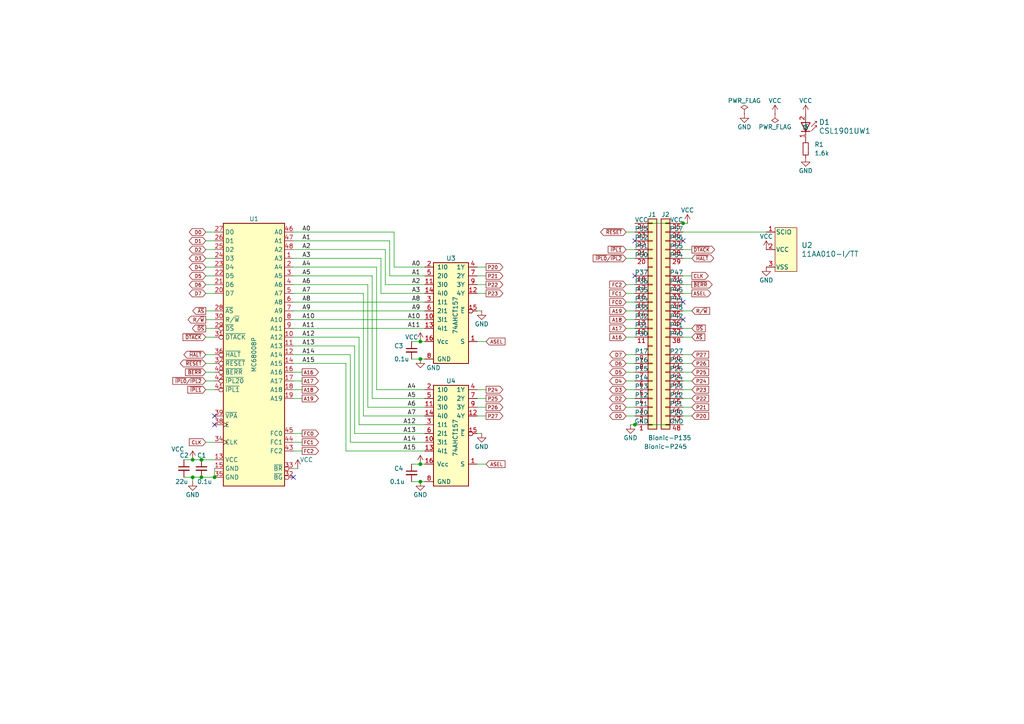
<source format=kicad_sch>
(kicad_sch (version 20250114) (generator "eeschema") (generator_version "9.0")
  (paper "A4")
  (title_block (title "BionicMC68008") (date "2025-12-24") (rev "2") (company "Tadashi G. Takaoka"))
  (lib_symbols
    (symbol "Device:C_Small" (pin_numbers (hide yes)) (pin_names (offset 0.254) (hide yes))
      (property "Reference" "C" (at 0.254 1.778 0))
      (property "Value" "C_Small" (at 0.254 -2.032 0))
      (symbol "C_Small_0_1"
        (polyline (pts (xy -1.524 0.508) (xy 1.524 0.508)) (stroke (width 0.3048)))
        (polyline (pts (xy -1.524 -0.508) (xy 1.524 -0.508)) (stroke (width 0.3302)))
      )
      (symbol "C_Small_1_1"
        (pin passive line (at 0 2.54 270) (length 2.032) (name "~") (number "1"))
        (pin passive line (at 0 -2.54 90) (length 2.032) (name "~") (number "2"))
      )
    )
    (symbol "Device:R_Small" (pin_numbers (hide yes)) (pin_names (offset 0.254) (hide yes))
      (property "Reference" "R" (at 0 0 90))
      (property "Value" "R_Small" (at 1.778 0 90))
      (symbol "R_Small_0_1"
        (rectangle (start -0.762 1.778) (end 0.762 -1.778) (stroke (width 0.2032)))
      )
      (symbol "R_Small_1_1"
        (pin passive line (at 0 2.54 270) (length 0.762) (name "~") (number "1"))
        (pin passive line (at 0 -2.54 90) (length 0.762) (name "~") (number "2"))
      )
    )
    (symbol "GND_1" (power) (pin_numbers (hide yes)) (pin_names (offset 0) (hide yes))
      (property "Value" "GND" (at 0 -3.81 0))
      (symbol "GND_1_0_1"
        (polyline (pts (xy 0 0) (xy 0 -1.27) (xy 1.27 -1.27) (xy 0 -2.54) (xy -1.27 -1.27) (xy 0 -1.27)))
      )
      (symbol "GND_1_1_1"
        (pin power_in line (at 0 0 270) (length 0) (name "~") (number "1"))
      )
    )
    (symbol "GND_2" (power) (pin_numbers (hide yes)) (pin_names (offset 0) (hide yes))
      (property "Value" "GND" (at 0 -3.81 0))
      (symbol "GND_2_0_1"
        (polyline (pts (xy 0 0) (xy 0 -1.27) (xy 1.27 -1.27) (xy 0 -2.54) (xy -1.27 -1.27) (xy 0 -1.27)))
      )
      (symbol "GND_2_1_1"
        (pin power_in line (at 0 0 270) (length 0) (name "~") (number "1"))
      )
    )
    (symbol "GND_3" (power) (pin_numbers (hide yes)) (pin_names (offset 0) (hide yes))
      (property "Value" "GND" (at 0 -3.81 0))
      (symbol "GND_3_0_1"
        (polyline (pts (xy 0 0) (xy 0 -1.27) (xy 1.27 -1.27) (xy 0 -2.54) (xy -1.27 -1.27) (xy 0 -1.27)))
      )
      (symbol "GND_3_1_1"
        (pin power_in line (at 0 0 270) (length 0) (name "~") (number "1"))
      )
    )
    (symbol "GND_4" (power) (pin_numbers (hide yes)) (pin_names (offset 0) (hide yes))
      (property "Value" "GND" (at 0 -3.81 0))
      (symbol "GND_4_0_1"
        (polyline (pts (xy 0 0) (xy 0 -1.27) (xy 1.27 -1.27) (xy 0 -2.54) (xy -1.27 -1.27) (xy 0 -1.27)))
      )
      (symbol "GND_4_1_1"
        (pin power_in line (at 0 0 270) (length 0) (name "~") (number "1"))
      )
    )
    (symbol "PWR_FLAG_1" (power) (pin_numbers (hide yes)) (pin_names (offset 0) (hide yes))
      (property "Value" "PWR_FLAG" (at 0 3.81 0))
      (symbol "PWR_FLAG_1_0_0"
        (pin power_out line (at 0 0 90) (length 0) (name "~") (number "1"))
      )
      (symbol "PWR_FLAG_1_0_1"
        (polyline (pts (xy 0 0) (xy 0 1.27) (xy -1.016 1.905) (xy 0 2.54) (xy 1.016 1.905) (xy 0 1.27)))
      )
    )
    (symbol "VCC_1" (power) (pin_numbers (hide yes)) (pin_names (offset 0) (hide yes))
      (property "Value" "VCC" (at 0 3.556 0))
      (symbol "VCC_1_0_1"
        (polyline (pts (xy -0.762 1.27) (xy 0 2.54)))
        (polyline (pts (xy 0 2.54) (xy 0.762 1.27)))
        (polyline (pts (xy 0 0) (xy 0 2.54)))
      )
      (symbol "VCC_1_1_1"
        (pin power_in line (at 0 0 90) (length 0) (name "~") (number "1"))
      )
    )
    (symbol "VCC_2" (power) (pin_numbers (hide yes)) (pin_names (offset 0) (hide yes))
      (property "Value" "VCC" (at 0 3.556 0))
      (symbol "VCC_2_0_1"
        (polyline (pts (xy -0.762 1.27) (xy 0 2.54)))
        (polyline (pts (xy 0 2.54) (xy 0.762 1.27)))
        (polyline (pts (xy 0 0) (xy 0 2.54)))
      )
      (symbol "VCC_2_1_1"
        (pin power_in line (at 0 0 90) (length 0) (name "~") (number "1"))
      )
    )
    (symbol "VCC_3" (power) (pin_numbers (hide yes)) (pin_names (offset 0) (hide yes))
      (property "Value" "VCC" (at 0 3.556 0))
      (symbol "VCC_3_0_1"
        (polyline (pts (xy -0.762 1.27) (xy 0 2.54)))
        (polyline (pts (xy 0 2.54) (xy 0.762 1.27)))
        (polyline (pts (xy 0 0) (xy 0 2.54)))
      )
      (symbol "VCC_3_1_1"
        (pin power_in line (at 0 0 90) (length 0) (name "~") (number "1"))
      )
    )
    (symbol "VCC_4" (power) (pin_numbers (hide yes)) (pin_names (offset 0) (hide yes))
      (property "Value" "VCC" (at 0 3.556 0))
      (symbol "VCC_4_0_1"
        (polyline (pts (xy -0.762 1.27) (xy 0 2.54)))
        (polyline (pts (xy 0 2.54) (xy 0.762 1.27)))
        (polyline (pts (xy 0 0) (xy 0 2.54)))
      )
      (symbol "VCC_4_1_1"
        (pin power_in line (at 0 0 90) (length 0) (name "~") (number "1"))
      )
    )
    (symbol "bionic:Bionic-P135" (pin_names (offset 0))
      (property "Reference" "J" (at 0 30.48 0))
      (property "Value" "Bionic-P135" (at -1.27 -33.02 0))
      (symbol "Bionic-P135_1_1"
        (rectangle (start 0 28.067) (end -1.27 27.813) (stroke (width 0.1524)))
        (rectangle (start 0 25.527) (end -1.27 25.273) (stroke (width 0.1524)))
        (rectangle (start 0 22.987) (end -1.27 22.733) (stroke (width 0.1524)))
        (rectangle (start 0 20.447) (end -1.27 20.193) (stroke (width 0.1524)))
        (rectangle (start 0 17.907) (end -1.27 17.653) (stroke (width 0.1524)))
        (rectangle (start 0 15.367) (end -1.27 15.113) (stroke (width 0.1524)))
        (rectangle (start 0 12.827) (end -1.27 12.573) (stroke (width 0.1524)))
        (rectangle (start 0 10.287) (end -1.27 10.033) (stroke (width 0.1524)))
        (rectangle (start 0 7.747) (end -1.27 7.493) (stroke (width 0.1524)))
        (rectangle (start 0 5.207) (end -1.27 4.953) (stroke (width 0.1524)))
        (rectangle (start 0 2.667) (end -1.27 2.413) (stroke (width 0.1524)))
        (rectangle (start 0 0.127) (end -1.27 -0.127) (stroke (width 0.1524)))
        (rectangle (start 0 -2.413) (end -1.27 -2.667) (stroke (width 0.1524)))
        (rectangle (start 0 -4.953) (end -1.27 -5.207) (stroke (width 0.1524)))
        (rectangle (start 0 -7.493) (end -1.27 -7.747) (stroke (width 0.1524)))
        (rectangle (start 0 -10.033) (end -1.27 -10.287) (stroke (width 0.1524)))
        (rectangle (start 0 -12.573) (end -1.27 -12.827) (stroke (width 0.1524)))
        (rectangle (start 0 -15.113) (end -1.27 -15.367) (stroke (width 0.1524)))
        (rectangle (start 0 -17.653) (end -1.27 -17.907) (stroke (width 0.1524)))
        (rectangle (start 0 -20.193) (end -1.27 -20.447) (stroke (width 0.1524)))
        (rectangle (start 0 -22.733) (end -1.27 -22.987) (stroke (width 0.1524)))
        (rectangle (start 0 -25.273) (end -1.27 -25.527) (stroke (width 0.1524)))
        (rectangle (start 0 -27.813) (end -1.27 -28.067) (stroke (width 0.1524)))
        (rectangle (start 0 -30.353) (end -1.27 -30.607) (stroke (width 0.1524)))
        (rectangle (start 1.27 29.21) (end -1.27 -31.75) (stroke (width 0.254)) (fill (type background)))
        (pin power_in line (at -5.08 27.94 0) (length 3.81) (name "VCC") (number "24"))
        (pin bidirectional line (at -5.08 25.4 0) (length 3.81) (name "P53") (number "23"))
        (pin bidirectional line (at -5.08 22.86 0) (length 3.81) (name "P52") (number "22"))
        (pin bidirectional line (at -5.08 20.32 0) (length 3.81) (name "P51") (number "21"))
        (pin bidirectional line (at -5.08 17.78 0) (length 3.81) (name "P50") (number "20"))
        (pin bidirectional line (at -5.08 12.7 0) (length 3.81) (name "P37") (number "18"))
        (pin bidirectional line (at -5.08 10.16 0) (length 3.81) (name "P36") (number "17"))
        (pin bidirectional line (at -5.08 7.62 0) (length 3.81) (name "P35") (number "16"))
        (pin bidirectional line (at -5.08 5.08 0) (length 3.81) (name "P34") (number "15"))
        (pin bidirectional line (at -5.08 2.54 0) (length 3.81) (name "P33") (number "14"))
        (pin bidirectional line (at -5.08 0 0) (length 3.81) (name "P32") (number "13"))
        (pin bidirectional line (at -5.08 -2.54 0) (length 3.81) (name "P31") (number "12"))
        (pin bidirectional line (at -5.08 -5.08 0) (length 3.81) (name "P30") (number "11"))
        (pin bidirectional line (at -5.08 -10.16 0) (length 3.81) (name "P17") (number "9"))
        (pin bidirectional line (at -5.08 -12.7 0) (length 3.81) (name "P16") (number "8"))
        (pin bidirectional line (at -5.08 -15.24 0) (length 3.81) (name "P15") (number "7"))
        (pin bidirectional line (at -5.08 -17.78 0) (length 3.81) (name "P14") (number "6"))
        (pin bidirectional line (at -5.08 -20.32 0) (length 3.81) (name "P13") (number "5"))
        (pin bidirectional line (at -5.08 -22.86 0) (length 3.81) (name "P12") (number "4"))
        (pin bidirectional line (at -5.08 -25.4 0) (length 3.81) (name "P11") (number "3"))
        (pin bidirectional line (at -5.08 -27.94 0) (length 3.81) (name "P10") (number "2"))
        (pin power_in line (at -5.08 -30.48 0) (length 3.81) (name "GND") (number "1"))
      )
    )
    (symbol "bionic:Bionic-P245" (pin_names (offset 0))
      (property "Reference" "J" (at -3.81 30.48 0))
      (property "Value" "Bionic-P245" (at -1.27 -33.02 0))
      (symbol "Bionic-P245_1_1"
        (rectangle (start -2.54 29.21) (end -5.08 -31.75) (stroke (width 0.254)) (fill (type background)))
        (rectangle (start -2.54 27.813) (end -3.81 28.067) (stroke (width 0.1524)))
        (rectangle (start -2.54 25.273) (end -3.81 25.527) (stroke (width 0.1524)))
        (rectangle (start -2.54 22.733) (end -3.81 22.987) (stroke (width 0.1524)))
        (rectangle (start -2.54 20.193) (end -3.81 20.447) (stroke (width 0.1524)))
        (rectangle (start -2.54 17.653) (end -3.81 17.907) (stroke (width 0.1524)))
        (rectangle (start -2.54 15.113) (end -3.81 15.367) (stroke (width 0.1524)))
        (rectangle (start -2.54 12.573) (end -3.81 12.827) (stroke (width 0.1524)))
        (rectangle (start -2.54 10.033) (end -3.81 10.287) (stroke (width 0.1524)))
        (rectangle (start -2.54 7.493) (end -3.81 7.747) (stroke (width 0.1524)))
        (rectangle (start -2.54 4.953) (end -3.81 5.207) (stroke (width 0.1524)))
        (rectangle (start -2.54 2.413) (end -3.81 2.667) (stroke (width 0.1524)))
        (rectangle (start -2.54 -0.127) (end -3.81 0.127) (stroke (width 0.1524)))
        (rectangle (start -2.54 -2.667) (end -3.81 -2.413) (stroke (width 0.1524)))
        (rectangle (start -2.54 -5.207) (end -3.81 -4.953) (stroke (width 0.1524)))
        (rectangle (start -2.54 -7.747) (end -3.81 -7.493) (stroke (width 0.1524)))
        (rectangle (start -2.54 -10.287) (end -3.81 -10.033) (stroke (width 0.1524)))
        (rectangle (start -2.54 -12.827) (end -3.81 -12.573) (stroke (width 0.1524)))
        (rectangle (start -2.54 -15.367) (end -3.81 -15.113) (stroke (width 0.1524)))
        (rectangle (start -2.54 -17.907) (end -3.81 -17.653) (stroke (width 0.1524)))
        (rectangle (start -2.54 -20.447) (end -3.81 -20.193) (stroke (width 0.1524)))
        (rectangle (start -2.54 -22.987) (end -3.81 -22.733) (stroke (width 0.1524)))
        (rectangle (start -2.54 -25.527) (end -3.81 -25.273) (stroke (width 0.1524)))
        (rectangle (start -2.54 -28.067) (end -3.81 -27.813) (stroke (width 0.1524)))
        (rectangle (start -2.54 -30.607) (end -3.81 -30.353) (stroke (width 0.1524)))
        (pin power_in line (at 1.27 27.94 180) (length 3.81) (name "VCC") (number "25"))
        (pin bidirectional line (at 1.27 25.4 180) (length 3.81) (name "P57") (number "26"))
        (pin bidirectional line (at 1.27 22.86 180) (length 3.81) (name "P56") (number "27"))
        (pin bidirectional line (at 1.27 20.32 180) (length 3.81) (name "P55") (number "28"))
        (pin bidirectional line (at 1.27 17.78 180) (length 3.81) (name "P54") (number "29"))
        (pin bidirectional line (at 1.27 12.7 180) (length 3.81) (name "P47") (number "31"))
        (pin bidirectional line (at 1.27 10.16 180) (length 3.81) (name "P46") (number "32"))
        (pin bidirectional line (at 1.27 7.62 180) (length 3.81) (name "P45") (number "33"))
        (pin bidirectional line (at 1.27 5.08 180) (length 3.81) (name "P44") (number "34"))
        (pin bidirectional line (at 1.27 2.54 180) (length 3.81) (name "P43") (number "35"))
        (pin bidirectional line (at 1.27 0 180) (length 3.81) (name "P42") (number "36"))
        (pin bidirectional line (at 1.27 -2.54 180) (length 3.81) (name "P41") (number "37"))
        (pin bidirectional line (at 1.27 -5.08 180) (length 3.81) (name "P40") (number "38"))
        (pin bidirectional line (at 1.27 -10.16 180) (length 3.81) (name "P27") (number "40"))
        (pin bidirectional line (at 1.27 -12.7 180) (length 3.81) (name "P26") (number "41"))
        (pin bidirectional line (at 1.27 -15.24 180) (length 3.81) (name "P25") (number "42"))
        (pin bidirectional line (at 1.27 -17.78 180) (length 3.81) (name "P24") (number "43"))
        (pin bidirectional line (at 1.27 -20.32 180) (length 3.81) (name "P23") (number "44"))
        (pin bidirectional line (at 1.27 -22.86 180) (length 3.81) (name "P22") (number "45"))
        (pin bidirectional line (at 1.27 -25.4 180) (length 3.81) (name "P21") (number "46"))
        (pin bidirectional line (at 1.27 -27.94 180) (length 3.81) (name "P20") (number "47"))
        (pin power_in line (at 1.27 -30.48 180) (length 3.81) (name "GND") (number "48"))
      )
    )
    (symbol "cpu:MC68008P"
      (property "Reference" "U" (at -1.27 39.37 0))
      (property "Value" "MC68008P" (at 0 -2.54 90))
      (symbol "MC68008P_0_0"
        (pin input inverted (at -11.43 5.08 0) (length 2.54) (name "~{DTACK}") (number "31"))
        (pin input inverted (at -11.43 -5.08 0) (length 2.54) (name "~{BERR}") (number "40"))
        (pin output line (at 11.43 -5.08 180) (length 2.54) (name "A16") (number "16"))
        (pin output line (at 11.43 -7.62 180) (length 2.54) (name "A17") (number "17"))
        (pin output line (at 11.43 -10.16 180) (length 2.54) (name "A18") (number "18"))
        (pin output line (at 11.43 -12.7 180) (length 2.54) (name "A19") (number "19"))
        (pin output line (at 11.43 -25.4 180) (length 2.54) (name "FC1") (number "44"))
        (pin output line (at 11.43 -27.94 180) (length 2.54) (name "FC2") (number "43"))
      )
      (symbol "MC68008P_0_1"
        (rectangle (start -8.89 -38.1) (end 8.89 38.1) (stroke (width 0.254)) (fill (type background)))
      )
      (symbol "MC68008P_1_1"
        (pin bidirectional line (at -11.43 35.56 0) (length 2.54) (name "D0") (number "27"))
        (pin bidirectional line (at -11.43 33.02 0) (length 2.54) (name "D1") (number "26"))
        (pin bidirectional line (at -11.43 30.48 0) (length 2.54) (name "D2") (number "25"))
        (pin bidirectional line (at -11.43 27.94 0) (length 2.54) (name "D3") (number "24"))
        (pin bidirectional line (at -11.43 25.4 0) (length 2.54) (name "D4") (number "23"))
        (pin bidirectional line (at -11.43 22.86 0) (length 2.54) (name "D5") (number "22"))
        (pin bidirectional line (at -11.43 20.32 0) (length 2.54) (name "D6") (number "21"))
        (pin bidirectional line (at -11.43 17.78 0) (length 2.54) (name "D7") (number "20"))
        (pin output line (at -11.43 12.7 0) (length 2.54) (name "~{AS}") (number "28"))
        (pin output line (at -11.43 10.16 0) (length 2.54) (name "R/~{W}") (number "30"))
        (pin output inverted (at -11.43 7.62 0) (length 2.54) (name "~{DS}") (number "29"))
        (pin bidirectional inverted (at -11.43 0 0) (length 2.54) (name "~{HALT}") (number "36"))
        (pin bidirectional inverted (at -11.43 -2.54 0) (length 2.54) (name "~{RESET}") (number "37"))
        (pin input inverted (at -11.43 -7.62 0) (length 2.54) (name "~{IPL20}") (number "42"))
        (pin input inverted (at -11.43 -10.16 0) (length 2.54) (name "~{IPL1}") (number "41"))
        (pin output line (at -11.43 -17.78 0) (length 2.54) (name "~{VPA}") (number "39"))
        (pin output clock (at -11.43 -20.32 0) (length 2.54) (name "E") (number "38"))
        (pin input clock (at -11.43 -25.4 0) (length 2.54) (name "CLK") (number "34"))
        (pin power_in line (at -11.43 -30.48 0) (length 2.54) (name "VCC") (number "13"))
        (pin power_in line (at -11.43 -33.02 0) (length 2.54) (name "GND") (number "15"))
        (pin power_in line (at -11.43 -35.56 0) (length 2.54) (name "GND") (number "35"))
        (pin output line (at 11.43 35.56 180) (length 2.54) (name "A0") (number "46"))
        (pin output line (at 11.43 33.02 180) (length 2.54) (name "A1") (number "47"))
        (pin output line (at 11.43 30.48 180) (length 2.54) (name "A2") (number "48"))
        (pin output line (at 11.43 27.94 180) (length 2.54) (name "A3") (number "1"))
        (pin output line (at 11.43 25.4 180) (length 2.54) (name "A4") (number "2"))
        (pin output line (at 11.43 22.86 180) (length 2.54) (name "A5") (number "3"))
        (pin output line (at 11.43 20.32 180) (length 2.54) (name "A6") (number "4"))
        (pin output line (at 11.43 17.78 180) (length 2.54) (name "A7") (number "5"))
        (pin output line (at 11.43 15.24 180) (length 2.54) (name "A8") (number "6"))
        (pin output line (at 11.43 12.7 180) (length 2.54) (name "A9") (number "7"))
        (pin output line (at 11.43 10.16 180) (length 2.54) (name "A10") (number "8"))
        (pin output line (at 11.43 7.62 180) (length 2.54) (name "A11") (number "9"))
        (pin output line (at 11.43 5.08 180) (length 2.54) (name "A12") (number "10"))
        (pin output line (at 11.43 2.54 180) (length 2.54) (name "A13") (number "11"))
        (pin output line (at 11.43 0 180) (length 2.54) (name "A14") (number "12"))
        (pin output line (at 11.43 -2.54 180) (length 2.54) (name "A15") (number "14"))
        (pin output line (at 11.43 -22.86 180) (length 2.54) (name "FC0") (number "45"))
        (pin input inverted (at 11.43 -33.02 180) (length 2.54) (name "~{BR}") (number "33"))
        (pin output inverted (at 11.43 -35.56 180) (length 2.54) (name "~{BG}") (number "32"))
      )
    )
    (symbol "microchip:11AA010-I_TT" (pin_names (offset 0.254))
      (property "Reference" "U" (at 2.54 1.27 0))
      (property "Value" "11AA010-I/TT" (at 3.81 -13.97 0))
      (symbol "11AA010-I_TT_1_1"
        (rectangle (start 0 0) (end 6.35 -12.7) (fill (type background)))
        (pin bidirectional line (at -2.54 -1.27 0) (length 2.54) (name "SCIO") (number "1"))
        (pin power_in line (at -2.54 -6.35 0) (length 2.54) (name "VCC") (number "2"))
        (pin power_in line (at -2.54 -11.43 0) (length 2.54) (name "VSS") (number "3"))
      )
    )
    (symbol "power:GND" (power) (pin_numbers (hide yes)) (pin_names (offset 0) (hide yes))
      (property "Value" "GND" (at 0 -3.81 0))
      (symbol "GND_0_1"
        (polyline (pts (xy 0 0) (xy 0 -1.27) (xy 1.27 -1.27) (xy 0 -2.54) (xy -1.27 -1.27) (xy 0 -1.27)))
      )
      (symbol "GND_1_1"
        (pin power_in line (at 0 0 270) (length 0) (name "~") (number "1"))
      )
    )
    (symbol "power:PWR_FLAG" (power) (pin_numbers (hide yes)) (pin_names (offset 0) (hide yes))
      (property "Value" "PWR_FLAG" (at 0 3.81 0))
      (symbol "PWR_FLAG_0_0"
        (pin power_out line (at 0 0 90) (length 0) (name "~") (number "1"))
      )
      (symbol "PWR_FLAG_0_1"
        (polyline (pts (xy 0 0) (xy 0 1.27) (xy -1.016 1.905) (xy 0 2.54) (xy 1.016 1.905) (xy 0 1.27)))
      )
    )
    (symbol "power:VCC" (power) (pin_numbers (hide yes)) (pin_names (offset 0) (hide yes))
      (property "Value" "VCC" (at 0 3.556 0))
      (symbol "VCC_0_1"
        (polyline (pts (xy -0.762 1.27) (xy 0 2.54)))
        (polyline (pts (xy 0 2.54) (xy 0.762 1.27)))
        (polyline (pts (xy 0 0) (xy 0 2.54)))
      )
      (symbol "VCC_1_1"
        (pin power_in line (at 0 0 90) (length 0) (name "~") (number "1"))
      )
    )
    (symbol "rhom:CSL1901UW1" (pin_names (offset 0.254))
      (property "Reference" "D" (at 3.81 -2.54 0))
      (property "Value" "CSL1901UW1" (at 3.81 -5.08 0))
      (symbol "CSL1901UW1_0_1"
        (polyline (pts (xy 2.159 3.175) (xy 2.667 3.175)))
        (polyline (pts (xy 2.54 0) (xy 5.08 0)))
        (polyline (pts (xy 2.54 -1.27) (xy 5.08 0) (xy 2.54 1.27) (xy 2.54 -1.27)) (stroke (width 0.254)))
        (polyline (pts (xy 3.683 1.651) (xy 2.159 3.175) (xy 2.159 2.667)))
        (polyline (pts (xy 4.953 1.651) (xy 3.429 3.175) (xy 3.429 2.667) (xy 3.429 3.175) (xy 3.937 3.175)))
        (polyline (pts (xy 5.08 1.27) (xy 5.08 -1.27)) (stroke (width 0.254)))
      )
      (symbol "CSL1901UW1_1_1"
        (pin passive line (at 0 0 0) (length 2.54) (name "A") (number "2"))
        (pin passive line (at 7.62 0 180) (length 2.54) (name "K") (number "1"))
      )
      (symbol "CSL1901UW1_1_2"
        (polyline (pts (xy -5.08 8.255) (xy -5.08 7.62)) (stroke (width 0.2032)))
        (polyline (pts (xy -5.08 7.62) (xy -4.445 8.255)) (stroke (width 0.2032)))
        (polyline (pts (xy -4.445 10.16) (xy -4.445 9.525)) (stroke (width 0.2032)))
        (polyline (pts (xy -4.445 9.525) (xy -3.81 10.16)) (stroke (width 0.2032)))
        (polyline (pts (xy -4.445 8.255) (xy -5.08 8.255)) (stroke (width 0.2032)))
        (polyline (pts (xy -4.445 6.35) (xy -3.81 6.985)) (stroke (width 0.2032)))
        (polyline (pts (xy -3.81 10.16) (xy -4.445 10.16)) (stroke (width 0.2032)))
        (polyline (pts (xy -3.81 8.255) (xy -3.175 8.89)) (stroke (width 0.2032)))
        (polyline (pts (xy -3.81 6.985) (xy -5.08 8.255)) (stroke (width 0.2032)))
        (polyline (pts (xy -3.175 8.89) (xy -4.445 10.16)) (stroke (width 0.2032)))
        (polyline (pts (xy -3.175 5.08) (xy -4.445 6.35)) (stroke (width 0.2032)))
        (polyline (pts (xy -2.54 6.985) (xy -3.81 8.255)) (stroke (width 0.2032)))
        (polyline (pts (xy -1.905 3.81) (xy 1.905 3.81)) (stroke (width 0.2032)))
        (polyline (pts (xy 0 6.35) (xy -1.905 3.81)) (stroke (width 0.2032)))
        (polyline (pts (xy 0 6.35) (xy 0 7.62)) (stroke (width 0.2032)))
        (polyline (pts (xy 0 3.175) (xy 0 3.81)) (stroke (width 0.2032)))
        (polyline (pts (xy 0 2.54) (xy 0 3.4798)) (stroke (width 0.2032)))
        (polyline (pts (xy 1.905 6.35) (xy -1.905 6.35)) (stroke (width 0.2032)))
        (polyline (pts (xy 1.905 3.81) (xy 0 6.35)) (stroke (width 0.2032)))
        (pin unspecified line (at 0 10.16 270) (length 2.54) (name "") (number "1"))
        (pin unspecified line (at 0 0 90) (length 2.54) (name "") (number "2"))
      )
    )
    (symbol "ti:74AHCT157" (pin_names (offset 1.016))
      (property "Reference" "U" (at 0 16.51 0))
      (property "Value" "74AHCT157" (at 0 -15.494 0))
      (symbol "74AHCT157_1_0"
        (pin input line (at -7.62 13.97 0) (length 2.54) (name "1I0") (number "2"))
        (pin input line (at -7.62 11.43 0) (length 2.54) (name "2I0") (number "5"))
        (pin input line (at -7.62 8.89 0) (length 2.54) (name "3I0") (number "11"))
        (pin input line (at -7.62 6.35 0) (length 2.54) (name "4I0") (number "14"))
        (pin input line (at -7.62 3.81 0) (length 2.54) (name "1I1") (number "3"))
        (pin input line (at -7.62 1.27 0) (length 2.54) (name "2I1") (number "6"))
        (pin input line (at -7.62 -1.27 0) (length 2.54) (name "3I1") (number "10"))
        (pin input line (at -7.62 -3.81 0) (length 2.54) (name "4I1") (number "13"))
        (pin power_in line (at -7.62 -7.62 0) (length 2.54) (name "Vcc") (number "16"))
        (pin power_in line (at -7.62 -12.7 0) (length 2.54) (name "GND") (number "8"))
        (pin output line (at 7.62 13.97 180) (length 2.54) (name "1Y") (number "4"))
        (pin output line (at 7.62 11.43 180) (length 2.54) (name "2Y") (number "7"))
        (pin output line (at 7.62 8.89 180) (length 2.54) (name "3Y") (number "9"))
        (pin output line (at 7.62 6.35 180) (length 2.54) (name "4Y") (number "12"))
        (pin input inverted (at 7.62 1.27 180) (length 2.54) (name "~{E}") (number "15"))
        (pin input line (at 7.62 -7.62 180) (length 2.54) (name "S") (number "1"))
      )
      (symbol "74AHCT157_1_1"
        (rectangle (start -5.08 15.24) (end 5.08 -13.97) (stroke (width 0.254)) (fill (type background)))
      )
    )
  )
  (junction (at 55.88 138.43))
  (junction (at 62.23 138.43))
  (junction (at 198.12 64.77))
  (junction (at 58.42 133.35))
  (junction (at 121.92 134.62))
  (junction (at 121.92 99.06))
  (junction (at 184.15 123.19))
  (junction (at 121.92 139.7))
  (junction (at 55.88 133.35))
  (junction (at 121.92 104.14))
  (junction (at 58.42 138.43))
  (no_connect (at 62.23 123.19))
  (no_connect (at 184.15 80.01))
  (no_connect (at 198.12 87.63))
  (no_connect (at 62.23 120.65))
  (no_connect (at 198.12 92.71))
  (no_connect (at 85.09 138.43))
  (no_connect (at 198.12 69.85))
  (no_connect (at 184.15 69.85))
  (wire (pts (xy 198.12 105.41) (xy 200.66 105.41)))
  (wire (pts (xy 107.95 80.01) (xy 85.09 80.01)))
  (wire (pts (xy 119.38 104.14) (xy 121.92 104.14)))
  (wire (pts (xy 198.12 82.55) (xy 200.66 82.55)))
  (wire (pts (xy 59.69 128.27) (xy 62.23 128.27)))
  (wire (pts (xy 59.69 110.49) (xy 62.23 110.49)))
  (wire (pts (xy 138.43 77.47) (xy 140.97 77.47)))
  (wire (pts (xy 138.43 90.17) (xy 139.7 90.17)))
  (wire (pts (xy 59.69 107.95) (xy 62.23 107.95)))
  (wire (pts (xy 119.38 99.06) (xy 121.92 99.06)))
  (wire (pts (xy 181.61 90.17) (xy 184.15 90.17)))
  (wire (pts (xy 184.15 64.77) (xy 198.12 64.77)))
  (wire (pts (xy 111.76 82.55) (xy 111.76 72.39)))
  (wire (pts (xy 181.61 95.25) (xy 184.15 95.25)))
  (wire (pts (xy 138.43 120.65) (xy 140.97 120.65)))
  (wire (pts (xy 105.41 85.09) (xy 85.09 85.09)))
  (wire (pts (xy 110.49 85.09) (xy 123.19 85.09)))
  (wire (pts (xy 59.69 90.17) (xy 62.23 90.17)))
  (wire (pts (xy 85.09 77.47) (xy 109.22 77.47)))
  (wire (pts (xy 100.33 105.41) (xy 85.09 105.41)))
  (wire (pts (xy 181.61 82.55) (xy 184.15 82.55)))
  (wire (pts (xy 181.61 92.71) (xy 184.15 92.71)))
  (wire (pts (xy 85.09 125.73) (xy 87.63 125.73)))
  (wire (pts (xy 181.61 110.49) (xy 184.15 110.49)))
  (wire (pts (xy 181.61 97.79) (xy 184.15 97.79)))
  (wire (pts (xy 59.69 85.09) (xy 62.23 85.09)))
  (wire (pts (xy 85.09 95.25) (xy 123.19 95.25)))
  (wire (pts (xy 59.69 77.47) (xy 62.23 77.47)))
  (wire (pts (xy 121.92 99.06) (xy 123.19 99.06)))
  (wire (pts (xy 181.61 115.57) (xy 184.15 115.57)))
  (wire (pts (xy 59.69 72.39) (xy 62.23 72.39)))
  (wire (pts (xy 58.42 138.43) (xy 62.23 138.43)))
  (wire (pts (xy 181.61 113.03) (xy 184.15 113.03)))
  (wire (pts (xy 55.88 138.43) (xy 55.88 139.7)))
  (wire (pts (xy 107.95 115.57) (xy 107.95 80.01)))
  (wire (pts (xy 104.14 97.79) (xy 104.14 123.19)))
  (wire (pts (xy 85.09 102.87) (xy 101.6 102.87)))
  (wire (pts (xy 123.19 77.47) (xy 114.3 77.47)))
  (wire (pts (xy 59.69 80.01) (xy 62.23 80.01)))
  (wire (pts (xy 121.92 139.7) (xy 123.19 139.7)))
  (wire (pts (xy 85.09 128.27) (xy 87.63 128.27)))
  (wire (pts (xy 55.88 138.43) (xy 58.42 138.43)))
  (wire (pts (xy 119.38 139.7) (xy 121.92 139.7)))
  (wire (pts (xy 105.41 120.65) (xy 105.41 85.09)))
  (wire (pts (xy 123.19 82.55) (xy 111.76 82.55)))
  (wire (pts (xy 198.12 95.25) (xy 200.66 95.25)))
  (wire (pts (xy 85.09 110.49) (xy 87.63 110.49)))
  (wire (pts (xy 59.69 74.93) (xy 62.23 74.93)))
  (wire (pts (xy 181.61 120.65) (xy 184.15 120.65)))
  (wire (pts (xy 119.38 134.62) (xy 121.92 134.62)))
  (wire (pts (xy 198.12 107.95) (xy 200.66 107.95)))
  (wire (pts (xy 181.61 85.09) (xy 184.15 85.09)))
  (wire (pts (xy 85.09 74.93) (xy 110.49 74.93)))
  (wire (pts (xy 59.69 69.85) (xy 62.23 69.85)))
  (wire (pts (xy 198.12 118.11) (xy 200.66 118.11)))
  (wire (pts (xy 121.92 134.62) (xy 123.19 134.62)))
  (wire (pts (xy 121.92 104.14) (xy 123.19 104.14)))
  (wire (pts (xy 181.61 87.63) (xy 184.15 87.63)))
  (wire (pts (xy 138.43 80.01) (xy 140.97 80.01)))
  (wire (pts (xy 53.34 133.35) (xy 55.88 133.35)))
  (wire (pts (xy 85.09 115.57) (xy 87.63 115.57)))
  (wire (pts (xy 85.09 113.03) (xy 87.63 113.03)))
  (wire (pts (xy 104.14 123.19) (xy 123.19 123.19)))
  (wire (pts (xy 59.69 113.03) (xy 62.23 113.03)))
  (wire (pts (xy 58.42 133.35) (xy 62.23 133.35)))
  (wire (pts (xy 109.22 113.03) (xy 123.19 113.03)))
  (wire (pts (xy 85.09 82.55) (xy 106.68 82.55)))
  (wire (pts (xy 59.69 92.71) (xy 62.23 92.71)))
  (wire (pts (xy 100.33 130.81) (xy 100.33 105.41)))
  (wire (pts (xy 138.43 115.57) (xy 140.97 115.57)))
  (wire (pts (xy 109.22 77.47) (xy 109.22 113.03)))
  (wire (pts (xy 198.12 115.57) (xy 200.66 115.57)))
  (wire (pts (xy 85.09 135.89) (xy 86.36 135.89)))
  (wire (pts (xy 62.23 135.89) (xy 62.23 138.43)))
  (wire (pts (xy 55.88 133.35) (xy 58.42 133.35)))
  (wire (pts (xy 59.69 105.41) (xy 62.23 105.41)))
  (wire (pts (xy 181.61 72.39) (xy 184.15 72.39)))
  (wire (pts (xy 198.12 113.03) (xy 200.66 113.03)))
  (wire (pts (xy 123.19 125.73) (xy 102.87 125.73)))
  (wire (pts (xy 198.12 85.09) (xy 200.66 85.09)))
  (wire (pts (xy 85.09 69.85) (xy 113.03 69.85)))
  (wire (pts (xy 198.12 74.93) (xy 200.66 74.93)))
  (wire (pts (xy 85.09 107.95) (xy 87.63 107.95)))
  (wire (pts (xy 198.12 64.77) (xy 199.39 64.77)))
  (wire (pts (xy 106.68 118.11) (xy 123.19 118.11)))
  (wire (pts (xy 59.69 97.79) (xy 62.23 97.79)))
  (wire (pts (xy 138.43 118.11) (xy 140.97 118.11)))
  (wire (pts (xy 123.19 130.81) (xy 100.33 130.81)))
  (wire (pts (xy 198.12 72.39) (xy 200.66 72.39)))
  (wire (pts (xy 101.6 102.87) (xy 101.6 128.27)))
  (wire (pts (xy 85.09 87.63) (xy 123.19 87.63)))
  (wire (pts (xy 111.76 72.39) (xy 85.09 72.39)))
  (wire (pts (xy 198.12 80.01) (xy 200.66 80.01)))
  (wire (pts (xy 59.69 95.25) (xy 62.23 95.25)))
  (wire (pts (xy 114.3 67.31) (xy 85.09 67.31)))
  (wire (pts (xy 101.6 128.27) (xy 123.19 128.27)))
  (wire (pts (xy 198.12 97.79) (xy 200.66 97.79)))
  (wire (pts (xy 85.09 92.71) (xy 123.19 92.71)))
  (wire (pts (xy 114.3 77.47) (xy 114.3 67.31)))
  (wire (pts (xy 59.69 82.55) (xy 62.23 82.55)))
  (wire (pts (xy 85.09 97.79) (xy 104.14 97.79)))
  (wire (pts (xy 181.61 107.95) (xy 184.15 107.95)))
  (wire (pts (xy 198.12 110.49) (xy 200.66 110.49)))
  (wire (pts (xy 138.43 82.55) (xy 140.97 82.55)))
  (wire (pts (xy 198.12 67.31) (xy 222.25 67.31)))
  (wire (pts (xy 102.87 100.33) (xy 85.09 100.33)))
  (wire (pts (xy 184.15 123.19) (xy 198.12 123.19)))
  (wire (pts (xy 138.43 99.06) (xy 140.97 99.06)))
  (wire (pts (xy 85.09 90.17) (xy 123.19 90.17)))
  (wire (pts (xy 198.12 90.17) (xy 200.66 90.17)))
  (wire (pts (xy 106.68 82.55) (xy 106.68 118.11)))
  (wire (pts (xy 138.43 134.62) (xy 140.97 134.62)))
  (wire (pts (xy 85.09 130.81) (xy 87.63 130.81)))
  (wire (pts (xy 113.03 80.01) (xy 123.19 80.01)))
  (wire (pts (xy 53.34 138.43) (xy 55.88 138.43)))
  (wire (pts (xy 198.12 102.87) (xy 200.66 102.87)))
  (wire (pts (xy 123.19 115.57) (xy 107.95 115.57)))
  (wire (pts (xy 198.12 120.65) (xy 200.66 120.65)))
  (wire (pts (xy 181.61 105.41) (xy 184.15 105.41)))
  (wire (pts (xy 59.69 67.31) (xy 62.23 67.31)))
  (wire (pts (xy 59.69 102.87) (xy 62.23 102.87)))
  (wire (pts (xy 181.61 102.87) (xy 184.15 102.87)))
  (wire (pts (xy 102.87 125.73) (xy 102.87 100.33)))
  (wire (pts (xy 181.61 74.93) (xy 184.15 74.93)))
  (wire (pts (xy 181.61 118.11) (xy 184.15 118.11)))
  (wire (pts (xy 138.43 113.03) (xy 140.97 113.03)))
  (wire (pts (xy 181.61 67.31) (xy 184.15 67.31)))
  (wire (pts (xy 110.49 74.93) (xy 110.49 85.09)))
  (wire (pts (xy 138.43 85.09) (xy 140.97 85.09)))
  (wire (pts (xy 123.19 120.65) (xy 105.41 120.65)))
  (wire (pts (xy 138.43 125.73) (xy 139.7 125.73)))
  (wire (pts (xy 113.03 69.85) (xy 113.03 80.01)))
  (wire (pts (xy 182.88 123.19) (xy 184.15 123.19)))
  (label "A10" (at 87.63 92.71 0))
  (label "A6" (at 87.63 82.55 0))
  (label "A3" (at 87.63 74.93 0))
  (label "A1" (at 87.63 69.85 0))
  (label "A11" (at 121.92 95.25 180))
  (label "A10" (at 121.92 92.71 180))
  (label "A4" (at 87.63 77.47 0))
  (label "A0" (at 121.92 77.47 180))
  (label "A3" (at 121.92 85.09 180))
  (label "A11" (at 87.63 95.25 0))
  (label "A5" (at 120.65 115.57 180))
  (label "A1" (at 121.92 80.01 180))
  (label "A9" (at 121.92 90.17 180))
  (label "A7" (at 120.65 120.65 180))
  (label "A7" (at 87.63 85.09 0))
  (label "A8" (at 121.92 87.63 180))
  (label "A2" (at 87.63 72.39 0))
  (label "A0" (at 87.63 67.31 0))
  (label "A8" (at 87.63 87.63 0))
  (label "A12" (at 120.65 123.19 180))
  (label "A14" (at 87.63 102.87 0))
  (label "A2" (at 121.92 82.55 180))
  (label "A14" (at 120.65 128.27 180))
  (label "A15" (at 120.65 130.81 180))
  (label "A13" (at 120.65 125.73 180))
  (label "A15" (at 87.63 105.41 0))
  (label "A6" (at 120.65 118.11 180))
  (label "A13" (at 87.63 100.33 0))
  (label "A4" (at 120.65 113.03 180))
  (label "A5" (at 87.63 80.01 0))
  (label "A9" (at 87.63 90.17 0))
  (label "A12" (at 87.63 97.79 0))
  (global_label "D0" (shape bidirectional) (at 59.69 67.31 180) (effects (font (size 1.016 1.016))) (property "Intersheetrefs" "${INTERSHEET_REFS}" (effects (hide yes))))
  (global_label "P23" (shape input) (at 200.66 113.03 0) (effects (font (size 1.016 1.016))) (property "Intersheetrefs" "${INTERSHEET_REFS}" (effects (hide yes))))
  (global_label "D0" (shape bidirectional) (at 181.61 120.65 180) (effects (font (size 1.016 1.016))) (property "Intersheetrefs" "${INTERSHEET_REFS}" (effects (hide yes))))
  (global_label "~{DS}" (shape input) (at 200.66 95.25 0) (effects (font (size 1.016 1.016))) (property "Intersheetrefs" "${INTERSHEET_REFS}" (effects (hide yes))))
  (global_label "A17" (shape input) (at 181.61 95.25 180) (effects (font (size 1.016 1.016))) (property "Intersheetrefs" "${INTERSHEET_REFS}" (effects (hide yes))))
  (global_label "FC2" (shape input) (at 181.61 82.55 180) (effects (font (size 1.016 1.016))) (property "Intersheetrefs" "${INTERSHEET_REFS}" (effects (hide yes))))
  (global_label "P20" (shape output) (at 140.97 77.47 0) (effects (font (size 1.016 1.016))) (property "Intersheetrefs" "${INTERSHEET_REFS}" (effects (hide yes))))
  (global_label "A19" (shape output) (at 87.63 115.57 0) (effects (font (size 1.016 1.016))) (property "Intersheetrefs" "${INTERSHEET_REFS}" (effects (hide yes))))
  (global_label "ASEL" (shape input) (at 140.97 134.62 0) (effects (font (size 1.016 1.016))) (property "Intersheetrefs" "${INTERSHEET_REFS}" (effects (hide yes))))
  (global_label "FC1" (shape input) (at 181.61 85.09 180) (effects (font (size 1.016 1.016))) (property "Intersheetrefs" "${INTERSHEET_REFS}" (effects (hide yes))))
  (global_label "P24" (shape output) (at 140.97 113.03 0) (effects (font (size 1.016 1.016))) (property "Intersheetrefs" "${INTERSHEET_REFS}" (effects (hide yes))))
  (global_label "ASEL" (shape output) (at 200.66 85.09 0) (effects (font (size 1.016 1.016))) (property "Intersheetrefs" "${INTERSHEET_REFS}" (effects (hide yes))))
  (global_label "D7" (shape bidirectional) (at 59.69 85.09 180) (effects (font (size 1.016 1.016))) (property "Intersheetrefs" "${INTERSHEET_REFS}" (effects (hide yes))))
  (global_label "D2" (shape bidirectional) (at 181.61 115.57 180) (effects (font (size 1.016 1.016))) (property "Intersheetrefs" "${INTERSHEET_REFS}" (effects (hide yes))))
  (global_label "D6" (shape bidirectional) (at 59.69 82.55 180) (effects (font (size 1.016 1.016))) (property "Intersheetrefs" "${INTERSHEET_REFS}" (effects (hide yes))))
  (global_label "D5" (shape bidirectional) (at 181.61 107.95 180) (effects (font (size 1.016 1.016))) (property "Intersheetrefs" "${INTERSHEET_REFS}" (effects (hide yes))))
  (global_label "~{DS}" (shape output) (at 59.69 95.25 180) (effects (font (size 1.016 1.016))) (property "Intersheetrefs" "${INTERSHEET_REFS}" (effects (hide yes))))
  (global_label "D7" (shape bidirectional) (at 181.61 102.87 180) (effects (font (size 1.016 1.016))) (property "Intersheetrefs" "${INTERSHEET_REFS}" (effects (hide yes))))
  (global_label "P26" (shape input) (at 200.66 105.41 0) (effects (font (size 1.016 1.016))) (property "Intersheetrefs" "${INTERSHEET_REFS}" (effects (hide yes))))
  (global_label "~{IPL0}{slash}~{IPL2}" (shape input) (at 181.61 74.93 180) (effects (font (size 1.016 1.016))) (property "Intersheetrefs" "${INTERSHEET_REFS}" (effects (hide yes))))
  (global_label "CLK" (shape output) (at 200.66 80.01 0) (effects (font (size 1.016 1.016))) (property "Intersheetrefs" "${INTERSHEET_REFS}" (effects (hide yes))))
  (global_label "P22" (shape input) (at 200.66 115.57 0) (effects (font (size 1.016 1.016))) (property "Intersheetrefs" "${INTERSHEET_REFS}" (effects (hide yes))))
  (global_label "P27" (shape input) (at 200.66 102.87 0) (effects (font (size 1.016 1.016))) (property "Intersheetrefs" "${INTERSHEET_REFS}" (effects (hide yes))))
  (global_label "~{AS}" (shape output) (at 59.69 90.17 180) (effects (font (size 1.016 1.016))) (property "Intersheetrefs" "${INTERSHEET_REFS}" (effects (hide yes))))
  (global_label "P25" (shape output) (at 140.97 115.57 0) (effects (font (size 1.016 1.016))) (property "Intersheetrefs" "${INTERSHEET_REFS}" (effects (hide yes))))
  (global_label "R{slash}~{W}" (shape input) (at 200.66 90.17 0) (effects (font (size 1.016 1.016))) (property "Intersheetrefs" "${INTERSHEET_REFS}" (effects (hide yes))))
  (global_label "A16" (shape output) (at 87.63 107.95 0) (effects (font (size 1.016 1.016))) (property "Intersheetrefs" "${INTERSHEET_REFS}" (effects (hide yes))))
  (global_label "D3" (shape bidirectional) (at 59.69 74.93 180) (effects (font (size 1.016 1.016))) (property "Intersheetrefs" "${INTERSHEET_REFS}" (effects (hide yes))))
  (global_label "~{DTACK}" (shape output) (at 200.66 72.39 0) (effects (font (size 1.016 1.016))) (property "Intersheetrefs" "${INTERSHEET_REFS}" (effects (hide yes))))
  (global_label "D3" (shape bidirectional) (at 181.61 113.03 180) (effects (font (size 1.016 1.016))) (property "Intersheetrefs" "${INTERSHEET_REFS}" (effects (hide yes))))
  (global_label "A19" (shape input) (at 181.61 90.17 180) (effects (font (size 1.016 1.016))) (property "Intersheetrefs" "${INTERSHEET_REFS}" (effects (hide yes))))
  (global_label "D1" (shape bidirectional) (at 181.61 118.11 180) (effects (font (size 1.016 1.016))) (property "Intersheetrefs" "${INTERSHEET_REFS}" (effects (hide yes))))
  (global_label "~{HALT}" (shape bidirectional) (at 59.69 102.87 180) (effects (font (size 1.016 1.016))) (property "Intersheetrefs" "${INTERSHEET_REFS}" (effects (hide yes))))
  (global_label "~{IPL1}" (shape input) (at 59.69 113.03 180) (effects (font (size 1.016 1.016))) (property "Intersheetrefs" "${INTERSHEET_REFS}" (effects (hide yes))))
  (global_label "~{IPL1}" (shape input) (at 181.61 72.39 180) (effects (font (size 1.016 1.016))) (property "Intersheetrefs" "${INTERSHEET_REFS}" (effects (hide yes))))
  (global_label "P22" (shape output) (at 140.97 82.55 0) (effects (font (size 1.016 1.016))) (property "Intersheetrefs" "${INTERSHEET_REFS}" (effects (hide yes))))
  (global_label "P20" (shape input) (at 200.66 120.65 0) (effects (font (size 1.016 1.016))) (property "Intersheetrefs" "${INTERSHEET_REFS}" (effects (hide yes))))
  (global_label "~{HALT}" (shape bidirectional) (at 200.66 74.93 0) (effects (font (size 1.016 1.016))) (property "Intersheetrefs" "${INTERSHEET_REFS}" (effects (hide yes))))
  (global_label "D4" (shape bidirectional) (at 181.61 110.49 180) (effects (font (size 1.016 1.016))) (property "Intersheetrefs" "${INTERSHEET_REFS}" (effects (hide yes))))
  (global_label "~{BERR}" (shape input) (at 59.69 107.95 180) (effects (font (size 1.016 1.016))) (property "Intersheetrefs" "${INTERSHEET_REFS}" (effects (hide yes))))
  (global_label "D4" (shape bidirectional) (at 59.69 77.47 180) (effects (font (size 1.016 1.016))) (property "Intersheetrefs" "${INTERSHEET_REFS}" (effects (hide yes))))
  (global_label "D6" (shape bidirectional) (at 181.61 105.41 180) (effects (font (size 1.016 1.016))) (property "Intersheetrefs" "${INTERSHEET_REFS}" (effects (hide yes))))
  (global_label "A18" (shape input) (at 181.61 92.71 180) (effects (font (size 1.016 1.016))) (property "Intersheetrefs" "${INTERSHEET_REFS}" (effects (hide yes))))
  (global_label "P23" (shape output) (at 140.97 85.09 0) (effects (font (size 1.016 1.016))) (property "Intersheetrefs" "${INTERSHEET_REFS}" (effects (hide yes))))
  (global_label "FC1" (shape output) (at 87.63 128.27 0) (effects (font (size 1.016 1.016))) (property "Intersheetrefs" "${INTERSHEET_REFS}" (effects (hide yes))))
  (global_label "P21" (shape input) (at 200.66 118.11 0) (effects (font (size 1.016 1.016))) (property "Intersheetrefs" "${INTERSHEET_REFS}" (effects (hide yes))))
  (global_label "R{slash}~{W}" (shape output) (at 59.69 92.71 180) (effects (font (size 1.016 1.016))) (property "Intersheetrefs" "${INTERSHEET_REFS}" (effects (hide yes))))
  (global_label "A18" (shape output) (at 87.63 113.03 0) (effects (font (size 1.016 1.016))) (property "Intersheetrefs" "${INTERSHEET_REFS}" (effects (hide yes))))
  (global_label "FC0" (shape output) (at 87.63 125.73 0) (effects (font (size 1.016 1.016))) (property "Intersheetrefs" "${INTERSHEET_REFS}" (effects (hide yes))))
  (global_label "~{RESET}" (shape bidirectional) (at 181.61 67.31 180) (effects (font (size 1.016 1.016))) (property "Intersheetrefs" "${INTERSHEET_REFS}" (effects (hide yes))))
  (global_label "P27" (shape output) (at 140.97 120.65 0) (effects (font (size 1.016 1.016))) (property "Intersheetrefs" "${INTERSHEET_REFS}" (effects (hide yes))))
  (global_label "D5" (shape bidirectional) (at 59.69 80.01 180) (effects (font (size 1.016 1.016))) (property "Intersheetrefs" "${INTERSHEET_REFS}" (effects (hide yes))))
  (global_label "~{DTACK}" (shape input) (at 59.69 97.79 180) (effects (font (size 1.016 1.016))) (property "Intersheetrefs" "${INTERSHEET_REFS}" (effects (hide yes))))
  (global_label "~{BERR}" (shape output) (at 200.66 82.55 0) (effects (font (size 1.016 1.016))) (property "Intersheetrefs" "${INTERSHEET_REFS}" (effects (hide yes))))
  (global_label "ASEL" (shape input) (at 140.97 99.06 0) (effects (font (size 1.016 1.016))) (property "Intersheetrefs" "${INTERSHEET_REFS}" (effects (hide yes))))
  (global_label "~{AS}" (shape input) (at 200.66 97.79 0) (effects (font (size 1.016 1.016))) (property "Intersheetrefs" "${INTERSHEET_REFS}" (effects (hide yes))))
  (global_label "D2" (shape bidirectional) (at 59.69 72.39 180) (effects (font (size 1.016 1.016))) (property "Intersheetrefs" "${INTERSHEET_REFS}" (effects (hide yes))))
  (global_label "P21" (shape output) (at 140.97 80.01 0) (effects (font (size 1.016 1.016))) (property "Intersheetrefs" "${INTERSHEET_REFS}" (effects (hide yes))))
  (global_label "P26" (shape output) (at 140.97 118.11 0) (effects (font (size 1.016 1.016))) (property "Intersheetrefs" "${INTERSHEET_REFS}" (effects (hide yes))))
  (global_label "FC0" (shape input) (at 181.61 87.63 180) (effects (font (size 1.016 1.016))) (property "Intersheetrefs" "${INTERSHEET_REFS}" (effects (hide yes))))
  (global_label "~{IPL0}{slash}~{IPL2}" (shape input) (at 59.69 110.49 180) (effects (font (size 1.016 1.016))) (property "Intersheetrefs" "${INTERSHEET_REFS}" (effects (hide yes))))
  (global_label "~{RESET}" (shape bidirectional) (at 59.69 105.41 180) (effects (font (size 1.016 1.016))) (property "Intersheetrefs" "${INTERSHEET_REFS}" (effects (hide yes))))
  (global_label "CLK" (shape input) (at 59.69 128.27 180) (effects (font (size 1.016 1.016))) (property "Intersheetrefs" "${INTERSHEET_REFS}" (effects (hide yes))))
  (global_label "D1" (shape bidirectional) (at 59.69 69.85 180) (effects (font (size 1.016 1.016))) (property "Intersheetrefs" "${INTERSHEET_REFS}" (effects (hide yes))))
  (global_label "A16" (shape input) (at 181.61 97.79 180) (effects (font (size 1.016 1.016))) (property "Intersheetrefs" "${INTERSHEET_REFS}" (effects (hide yes))))
  (global_label "A17" (shape output) (at 87.63 110.49 0) (effects (font (size 1.016 1.016))) (property "Intersheetrefs" "${INTERSHEET_REFS}" (effects (hide yes))))
  (global_label "P24" (shape input) (at 200.66 110.49 0) (effects (font (size 1.016 1.016))) (property "Intersheetrefs" "${INTERSHEET_REFS}" (effects (hide yes))))
  (global_label "FC2" (shape output) (at 87.63 130.81 0) (effects (font (size 1.016 1.016))) (property "Intersheetrefs" "${INTERSHEET_REFS}" (effects (hide yes))))
  (global_label "P25" (shape input) (at 200.66 107.95 0) (effects (font (size 1.016 1.016))) (property "Intersheetrefs" "${INTERSHEET_REFS}" (effects (hide yes))))
  (symbol (lib_id "Device:C_Small") (at 53.34 135.89 0) (unit 1)
    (property "Reference" "C2" (at 52.07 132.08 0) (effects (justify left)))
    (property "Value" "22u" (at 50.8 139.7 0) (effects (justify left)))
    (property "Footprint" "Capacitor_SMD:C_0603_1608Metric_Pad1.08x0.95mm_HandSolder" (effects (hide yes)))
  )
  (symbol (lib_id "power:VCC") (at 55.88 133.35 0) (unit 1)
    (property "Reference" "#PWR05" (effects (hide yes)))
    (property "Value" "VCC" (at 51.562 130.302 0))
    (property "Description" "Power symbol creates a global label with name \"VCC\"" (effects (hide yes)))
  )
  (symbol (lib_id "microchip:11AA010-I_TT") (at 224.79 66.04 0) (unit 1)
    (property "Reference" "U2" (at 232.41 71.1199 0) (effects (font (size 1.524 1.524)) (justify left)))
    (property "Value" "11AA010-I/TT" (at 232.41 73.6599 0) (effects (font (size 1.524 1.524)) (justify left)))
    (property "Footprint" "microchip:SOT-23_MC_MCH-M" (effects (hide yes)))
    (property "Datasheet" "11AA010-I/TO" (effects (hide yes)))
    (property "Description" "UNI/O Serial EEPROM (1Kbit)" (effects (hide yes)))
  )
  (symbol (lib_name "VCC_2") (lib_id "power:VCC") (at 224.79 33.02 0) (unit 1)
    (property "Reference" "#PWR010" (effects (hide yes)))
    (property "Value" "VCC" (at 224.79 29.21 0))
    (property "Description" "Power symbol creates a global label with name \"VCC\"" (effects (hide yes)))
  )
  (symbol (lib_id "bionic:Bionic-P245") (at 196.85 92.71 0) (unit 1)
    (property "Reference" "J2" (at 193.04 62.23 0))
    (property "Value" "Bionic-P245" (at 193.04 129.54 0))
    (property "Footprint" "bionic:Bionic-P245_SMT" (effects (hide yes)))
    (property "Description" "Generic connector, single row, 01x24, script generated (kicad-library-utils/schlib/autogen/connector/)" (effects (hide yes)))
  )
  (symbol (lib_id "Device:C_Small") (at 119.38 137.16 0) (unit 1)
    (property "Reference" "C4" (at 114.3 135.89 0) (effects (justify left)))
    (property "Value" "0.1u" (at 113.03 139.7 0) (effects (justify left)))
    (property "Footprint" "Capacitor_SMD:C_0603_1608Metric_Pad1.08x0.95mm_HandSolder" (effects (hide yes)))
  )
  (symbol (lib_id "power:VCC") (at 86.36 135.89 0) (mirror y) (unit 1)
    (property "Reference" "#PWR019" (effects (hide yes)))
    (property "Value" "VCC" (at 88.9 133.35 0))
    (property "Description" "Power symbol creates a global label with name \"VCC\"" (effects (hide yes)))
  )
  (symbol (lib_id "power:GND") (at 139.7 125.73 0) (unit 1)
    (property "Reference" "#PWR011" (effects (hide yes)))
    (property "Value" "GND" (at 139.7 129.54 0))
    (property "Description" "Power symbol creates a global label with name \"GND\" , ground" (effects (hide yes)))
  )
  (symbol (lib_id "ti:74AHCT157") (at 130.81 91.44 0) (unit 1)
    (property "Reference" "U3" (at 130.81 74.93 0))
    (property "Value" "74AHCT157" (at 132.08 91.44 90))
    (property "Footprint" "ti:PW16-M" (effects (hide yes)))
    (property "Datasheet" "https://www.ti.com/jp/lit/ds/symlink/cd74hct157.pdf" (effects (hide yes)))
    (property "Description" "Quad 2-Input Multiplexers" (effects (hide yes)))
  )
  (symbol (lib_id "Device:C_Small") (at 58.42 135.89 0) (unit 1)
    (property "Reference" "C1" (at 57.15 132.08 0) (effects (justify left)))
    (property "Value" "0.1u" (at 57.15 139.7 0) (effects (justify left)))
    (property "Footprint" "Capacitor_SMD:C_0603_1608Metric_Pad1.08x0.95mm_HandSolder" (effects (hide yes)))
  )
  (symbol (lib_id "power:GND") (at 121.92 104.14 0) (unit 1)
    (property "Reference" "#PWR016" (effects (hide yes)))
    (property "Value" "GND" (at 125.73 106.68 0))
    (property "Description" "Power symbol creates a global label with name \"GND\" , ground" (effects (hide yes)))
  )
  (symbol (lib_id "power:PWR_FLAG") (at 224.79 33.02 180) (unit 1)
    (property "Reference" "#FLG02" (effects (hide yes)))
    (property "Value" "PWR_FLAG" (at 224.79 36.83 0))
    (property "Description" "Special symbol for telling ERC where power comes from" (effects (hide yes)))
  )
  (symbol (lib_name "GND_2") (lib_id "power:GND") (at 215.9 33.02 0) (unit 1)
    (property "Reference" "#PWR08" (effects (hide yes)))
    (property "Value" "GND" (at 215.9 36.83 0))
    (property "Description" "Power symbol creates a global label with name \"GND\" , ground" (effects (hide yes)))
  )
  (symbol (lib_name "PWR_FLAG_1") (lib_id "power:PWR_FLAG") (at 215.9 33.02 0) (unit 1)
    (property "Reference" "#FLG01" (effects (hide yes)))
    (property "Value" "PWR_FLAG" (at 215.9 29.21 0))
    (property "Description" "Special symbol for telling ERC where power comes from" (effects (hide yes)))
  )
  (symbol (lib_id "Device:R_Small") (at 233.68 43.18 0) (unit 1)
    (property "Reference" "R1" (at 236.22 41.91 0) (effects (justify left)))
    (property "Value" "1.6k" (at 236.22 44.45 0) (effects (justify left)))
    (property "Footprint" "Resistor_SMD:R_0603_1608Metric_Pad0.98x0.95mm_HandSolder" (effects (hide yes)))
    (property "Description" "Resistor, small symbol" (effects (hide yes)))
  )
  (symbol (lib_id "power:VCC") (at 121.92 99.06 0) (unit 1)
    (property "Reference" "#PWR013" (effects (hide yes)))
    (property "Value" "VCC" (at 119.38 97.79 0))
    (property "Description" "Power symbol creates a global label with name \"VCC\"" (effects (hide yes)))
  )
  (symbol (lib_id "power:GND") (at 55.88 139.7 0) (unit 1)
    (property "Reference" "#PWR01" (effects (hide yes)))
    (property "Value" "GND" (at 55.88 143.51 0))
    (property "Description" "Power symbol creates a global label with name \"GND\" , ground" (effects (hide yes)))
  )
  (symbol (lib_id "bionic:Bionic-P135") (at 189.23 92.71 0) (unit 1)
    (property "Reference" "J1" (at 187.96 62.23 0) (effects (justify left)))
    (property "Value" "Bionic-P135" (at 187.96 127 0) (effects (justify left)))
    (property "Footprint" "bionic:Bionic-P135_SMT" (effects (hide yes)))
    (property "Description" "Generic connector, single row, 01x24, script generated (kicad-library-utils/schlib/autogen/connector/)" (effects (hide yes)))
  )
  (symbol (lib_name "GND_4") (lib_id "power:GND") (at 182.88 123.19 0) (unit 1)
    (property "Reference" "#PWR02" (effects (hide yes)))
    (property "Value" "GND" (at 182.88 127 0))
    (property "Description" "Power symbol creates a global label with name \"GND\" , ground" (effects (hide yes)))
  )
  (symbol (lib_name "VCC_3") (lib_id "power:VCC") (at 233.68 33.02 0) (unit 1)
    (property "Reference" "#PWR09" (effects (hide yes)))
    (property "Value" "VCC" (at 233.68 29.21 0))
    (property "Description" "Power symbol creates a global label with name \"VCC\"" (effects (hide yes)))
  )
  (symbol (lib_name "VCC_4") (lib_id "power:VCC") (at 199.39 64.77 0) (unit 1)
    (property "Reference" "#PWR06" (effects (hide yes)))
    (property "Value" "VCC" (at 199.39 60.96 0))
    (property "Description" "Power symbol creates a global label with name \"VCC\"" (effects (hide yes)))
  )
  (symbol (lib_name "GND_3") (lib_id "power:GND") (at 233.68 45.72 0) (unit 1)
    (property "Reference" "#PWR03" (effects (hide yes)))
    (property "Value" "GND" (at 233.68 49.53 0))
    (property "Description" "Power symbol creates a global label with name \"GND\" , ground" (effects (hide yes)))
  )
  (symbol (lib_id "rhom:CSL1901UW1") (at 233.68 33.02 270) (unit 1)
    (property "Reference" "D1" (at 237.49 35.4329 90) (effects (font (size 1.524 1.524)) (justify left)))
    (property "Value" "CSL1901UW1" (at 237.49 37.9729 90) (effects (font (size 1.524 1.524)) (justify left)))
    (property "Footprint" "rhom:LED_CSL1901UW1_ROM-M" (effects (hide yes)))
    (property "Datasheet" "https://fscdn.rohm.com/en/products/databook/datasheet/opto/led/chip_mono/csl1901uw1-e.pdf" (effects (hide yes)))
    (property "Description" "Red LED (Low Current Emission, SMD)" (effects (hide yes)))
  )
  (symbol (lib_name "VCC_1") (lib_id "power:VCC") (at 222.25 72.39 0) (unit 1)
    (property "Reference" "#PWR07" (effects (hide yes)))
    (property "Value" "VCC" (at 222.25 68.58 0))
    (property "Description" "Power symbol creates a global label with name \"VCC\"" (effects (hide yes)))
  )
  (symbol (lib_id "power:GND") (at 121.92 139.7 0) (unit 1)
    (property "Reference" "#PWR015" (effects (hide yes)))
    (property "Value" "GND" (at 121.92 143.51 0))
    (property "Description" "Power symbol creates a global label with name \"GND\" , ground" (effects (hide yes)))
  )
  (symbol (lib_id "cpu:MC68008P") (at 73.66 102.87 0) (unit 1)
    (property "Reference" "U1" (at 73.66 63.5 0))
    (property "Value" "MC68008P" (at 73.66 102.87 90))
    (property "Footprint" "bionic:DIP-48_W15.24mm_Socket" (effects (hide yes)))
    (property "Datasheet" "https://pdf1.alldatasheet.com/datasheet-pdf/view/4141/MOTOROLA/MC68008.html" (effects (hide yes)))
    (property "Description" "16-Bit Microprosessor With 8-Bit Data Bus" (effects (hide yes)))
  )
  (symbol (lib_id "ti:74AHCT157") (at 130.81 127 0) (unit 1)
    (property "Reference" "U4" (at 130.81 110.49 0))
    (property "Value" "74AHCT157" (at 132.08 127 90))
    (property "Footprint" "ti:PW16-M" (effects (hide yes)))
    (property "Datasheet" "https://www.ti.com/jp/lit/ds/symlink/cd74hct157.pdf" (effects (hide yes)))
    (property "Description" "Quad 2-Input Multiplexers" (effects (hide yes)))
  )
  (symbol (lib_id "Device:C_Small") (at 119.38 101.6 0) (unit 1)
    (property "Reference" "C3" (at 114.3 100.33 0) (effects (justify left)))
    (property "Value" "0.1u" (at 114.3 104.14 0) (effects (justify left)))
    (property "Footprint" "Capacitor_SMD:C_0603_1608Metric_Pad1.08x0.95mm_HandSolder" (effects (hide yes)))
  )
  (symbol (lib_id "power:VCC") (at 121.92 134.62 0) (unit 1)
    (property "Reference" "#PWR014" (effects (hide yes)))
    (property "Value" "VCC" (effects (hide yes)))
    (property "Description" "Power symbol creates a global label with name \"VCC\"" (effects (hide yes)))
  )
  (symbol (lib_id "power:GND") (at 139.7 90.17 0) (unit 1)
    (property "Reference" "#PWR017" (effects (hide yes)))
    (property "Value" "GND" (at 139.7 93.98 0))
    (property "Description" "Power symbol creates a global label with name \"GND\" , ground" (effects (hide yes)))
  )
  (symbol (lib_name "GND_1") (lib_id "power:GND") (at 222.25 77.47 0) (unit 1)
    (property "Reference" "#PWR04" (effects (hide yes)))
    (property "Value" "GND" (at 222.25 81.28 0))
    (property "Description" "Power symbol creates a global label with name \"GND\" , ground" (effects (hide yes)))
  )
)
</source>
